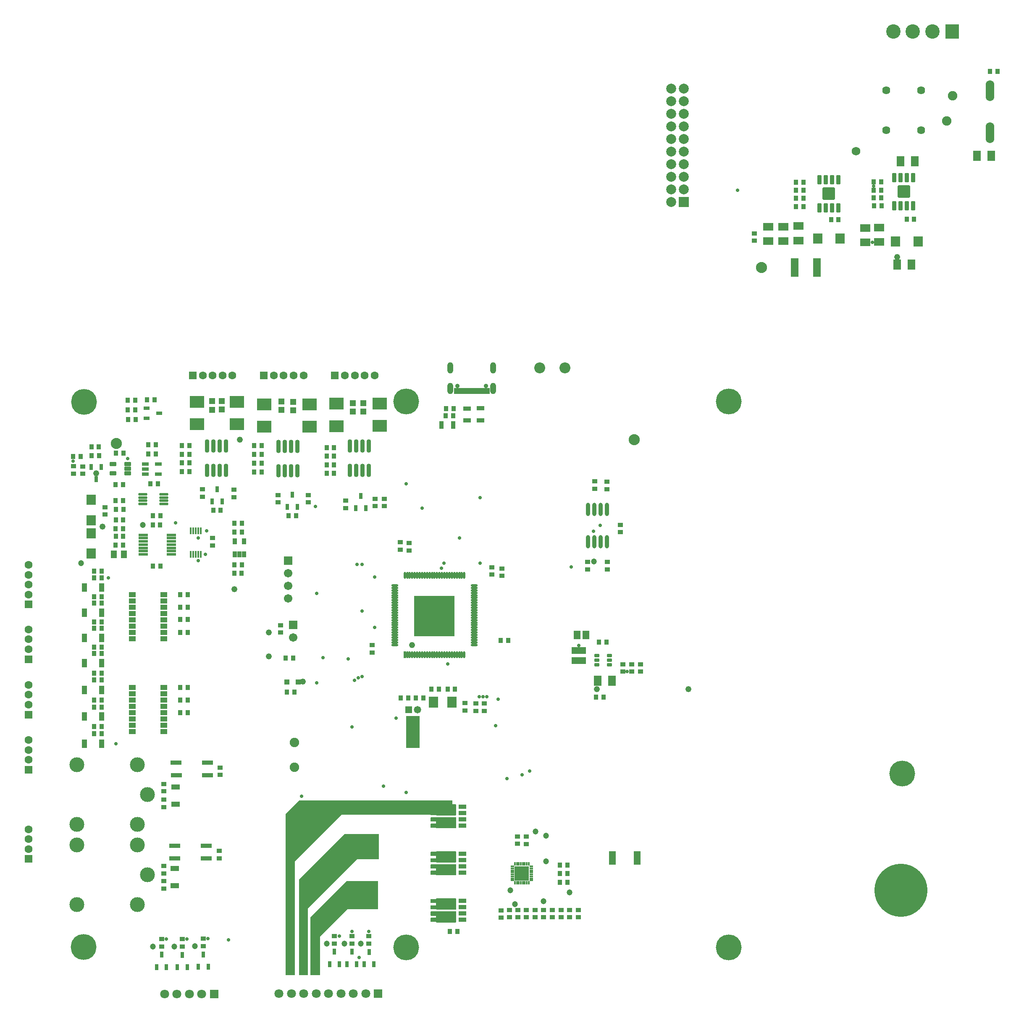
<source format=gts>
G04*
G04 #@! TF.GenerationSoftware,Altium Limited,Altium Designer,23.10.1 (27)*
G04*
G04 Layer_Color=8388736*
%FSLAX44Y44*%
%MOMM*%
G71*
G04*
G04 #@! TF.SameCoordinates,3E0E9A5D-E792-4E61-ABED-DFC360609BBB*
G04*
G04*
G04 #@! TF.FilePolarity,Negative*
G04*
G01*
G75*
%ADD72O,1.8652X0.5672*%
%ADD73R,0.4020X1.4020*%
%ADD74O,0.7832X0.4032*%
%ADD75O,0.4032X0.7832*%
%ADD76R,3.0032X3.0032*%
%ADD77R,0.5032X1.2032*%
%ADD78R,1.8796X0.5588*%
%ADD79R,8.2032X8.2032*%
%ADD80O,1.4032X0.5032*%
%ADD81O,0.5032X1.4032*%
%ADD82R,0.5032X1.4032*%
%ADD83C,1.2032*%
%ADD84R,1.4032X0.7032*%
%ADD85R,0.8032X1.2032*%
%ADD86R,2.2352X0.9652*%
%ADD87R,1.4032X1.0032*%
%ADD88O,0.8032X2.7032*%
%ADD89R,0.8532X1.5532*%
%ADD90R,3.0032X2.4032*%
%ADD91R,3.0032X1.4032*%
%ADD92R,0.8632X1.2032*%
%ADD93O,0.9032X2.7032*%
%ADD94R,1.9272X2.1232*%
%ADD95R,1.2032X1.3032*%
%ADD96R,1.9032X2.0532*%
%ADD97R,1.1032X1.7032*%
%ADD98R,1.0032X1.0032*%
%ADD99R,1.6002X0.8128*%
%ADD100C,0.6088*%
G04:AMPARAMS|DCode=101|XSize=0.7532mm|YSize=1.0032mm|CornerRadius=0.1511mm|HoleSize=0mm|Usage=FLASHONLY|Rotation=90.000|XOffset=0mm|YOffset=0mm|HoleType=Round|Shape=RoundedRectangle|*
%AMROUNDEDRECTD101*
21,1,0.7532,0.7010,0,0,90.0*
21,1,0.4510,1.0032,0,0,90.0*
1,1,0.3022,0.3505,0.2255*
1,1,0.3022,0.3505,-0.2255*
1,1,0.3022,-0.3505,-0.2255*
1,1,0.3022,-0.3505,0.2255*
%
%ADD101ROUNDEDRECTD101*%
G04:AMPARAMS|DCode=102|XSize=2.4932mm|YSize=2.4932mm|CornerRadius=0.1474mm|HoleSize=0mm|Usage=FLASHONLY|Rotation=270.000|XOffset=0mm|YOffset=0mm|HoleType=Round|Shape=RoundedRectangle|*
%AMROUNDEDRECTD102*
21,1,2.4932,2.1984,0,0,270.0*
21,1,2.1984,2.4932,0,0,270.0*
1,1,0.2948,-1.0992,-1.0992*
1,1,0.2948,-1.0992,1.0992*
1,1,0.2948,1.0992,1.0992*
1,1,0.2948,1.0992,-1.0992*
%
%ADD102ROUNDEDRECTD102*%
G04:AMPARAMS|DCode=103|XSize=0.8532mm|YSize=1.8532mm|CornerRadius=0.1504mm|HoleSize=0mm|Usage=FLASHONLY|Rotation=0.000|XOffset=0mm|YOffset=0mm|HoleType=Round|Shape=RoundedRectangle|*
%AMROUNDEDRECTD103*
21,1,0.8532,1.5525,0,0,0.0*
21,1,0.5525,1.8532,0,0,0.0*
1,1,0.3007,0.2763,-0.7763*
1,1,0.3007,-0.2763,-0.7763*
1,1,0.3007,-0.2763,0.7763*
1,1,0.3007,0.2763,0.7763*
%
%ADD103ROUNDEDRECTD103*%
G04:AMPARAMS|DCode=104|XSize=0.8532mm|YSize=1.4032mm|CornerRadius=0.1504mm|HoleSize=0mm|Usage=FLASHONLY|Rotation=270.000|XOffset=0mm|YOffset=0mm|HoleType=Round|Shape=RoundedRectangle|*
%AMROUNDEDRECTD104*
21,1,0.8532,1.1025,0,0,270.0*
21,1,0.5525,1.4032,0,0,270.0*
1,1,0.3007,-0.5513,-0.2763*
1,1,0.3007,-0.5513,0.2763*
1,1,0.3007,0.5513,0.2763*
1,1,0.3007,0.5513,-0.2763*
%
%ADD104ROUNDEDRECTD104*%
%ADD105R,1.9032X2.2032*%
%ADD106R,1.5032X2.0532*%
%ADD107R,1.4532X1.7032*%
%ADD108R,2.7432X6.5532*%
%ADD109R,1.4032X2.7032*%
%ADD110R,1.5032X3.7032*%
%ADD111R,1.2032X1.5032*%
%ADD112R,1.0532X0.9032*%
%ADD113O,1.7272X4.2032*%
%ADD114R,0.9032X1.0532*%
%ADD115R,1.2032X0.8032*%
%ADD116R,1.7032X1.1032*%
%ADD117R,1.5532X0.8532*%
%ADD118R,2.0532X1.5032*%
%ADD119R,1.8032X1.8032*%
%ADD120C,1.8032*%
%ADD121O,1.2032X2.3032*%
%ADD122C,0.8732*%
%ADD123C,2.9972*%
%ADD124C,1.6240*%
%ADD125C,2.0032*%
%ADD126R,2.0032X2.0032*%
%ADD127R,1.7032X1.7032*%
%ADD128C,1.7032*%
%ADD129C,1.9000*%
%ADD130C,2.9000*%
%ADD131R,2.7000X2.9000*%
%ADD132R,1.6032X1.6032*%
%ADD133C,1.6032*%
%ADD134R,1.6032X1.6032*%
%ADD135R,1.4732X1.4732*%
%ADD136C,1.4732*%
%ADD137C,2.2032*%
%ADD138C,10.7032*%
%ADD139C,5.2032*%
%ADD140C,0.7112*%
%ADD141C,0.7032*%
%ADD142C,1.7272*%
%ADD143C,1.2192*%
%ADD144C,2.2352*%
G36*
X-1466342Y-2878762D02*
X-1459614D01*
X-1459481Y-2878771D01*
X-1459351Y-2878797D01*
X-1459225Y-2878840D01*
X-1459105Y-2878899D01*
X-1458994Y-2878972D01*
X-1458894Y-2879060D01*
X-1458806Y-2879160D01*
X-1458732Y-2879271D01*
X-1458674Y-2879391D01*
X-1458631Y-2879517D01*
X-1458605Y-2879648D01*
X-1458596Y-2879780D01*
Y-2900060D01*
X-1458605Y-2900193D01*
X-1458631Y-2900324D01*
X-1458674Y-2900450D01*
X-1458732Y-2900569D01*
X-1458806Y-2900680D01*
X-1458894Y-2900780D01*
X-1458994Y-2900868D01*
X-1459105Y-2900942D01*
X-1459225Y-2901001D01*
X-1459351Y-2901044D01*
X-1459481Y-2901070D01*
X-1459614Y-2901078D01*
X-1497964D01*
X-1498097Y-2901070D01*
X-1498228Y-2901044D01*
X-1498354Y-2901001D01*
X-1498473Y-2900942D01*
X-1498584Y-2900868D01*
X-1498684Y-2900780D01*
X-1498765Y-2900688D01*
X-1509144D01*
X-1509277Y-2900680D01*
X-1509408Y-2900654D01*
X-1509534Y-2900611D01*
X-1509653Y-2900552D01*
X-1509764Y-2900478D01*
X-1509864Y-2900390D01*
X-1509952Y-2900290D01*
X-1510026Y-2900179D01*
X-1510085Y-2900060D01*
X-1510128Y-2899934D01*
X-1510154Y-2899803D01*
X-1510162Y-2899670D01*
Y-2899664D01*
X-1689862D01*
X-1783588Y-2993390D01*
Y-3223260D01*
X-1802384D01*
Y-2897886D01*
X-1775206Y-2870708D01*
X-1466342D01*
Y-2878762D01*
D02*
G37*
G36*
X-1459481Y-2904771D02*
X-1459351Y-2904797D01*
X-1459225Y-2904839D01*
X-1459105Y-2904899D01*
X-1458994Y-2904973D01*
X-1458894Y-2905060D01*
X-1458806Y-2905161D01*
X-1458732Y-2905271D01*
X-1458674Y-2905391D01*
X-1458631Y-2905517D01*
X-1458605Y-2905647D01*
X-1458596Y-2905780D01*
Y-2926060D01*
X-1458605Y-2926193D01*
X-1458631Y-2926324D01*
X-1458674Y-2926450D01*
X-1458732Y-2926569D01*
X-1458806Y-2926680D01*
X-1458894Y-2926780D01*
X-1458994Y-2926868D01*
X-1459105Y-2926942D01*
X-1459225Y-2927001D01*
X-1459351Y-2927044D01*
X-1459481Y-2927070D01*
X-1459614Y-2927079D01*
X-1497964D01*
X-1498097Y-2927070D01*
X-1498228Y-2927044D01*
X-1498354Y-2927001D01*
X-1498473Y-2926942D01*
X-1498584Y-2926868D01*
X-1498684Y-2926780D01*
X-1498772Y-2926680D01*
X-1498846Y-2926569D01*
X-1498905Y-2926450D01*
X-1498948Y-2926324D01*
X-1498974Y-2926193D01*
X-1498975Y-2926169D01*
X-1509144D01*
X-1509277Y-2926160D01*
X-1509408Y-2926134D01*
X-1509534Y-2926091D01*
X-1509653Y-2926032D01*
X-1509764Y-2925958D01*
X-1509864Y-2925870D01*
X-1509952Y-2925770D01*
X-1510026Y-2925659D01*
X-1510085Y-2925540D01*
X-1510128Y-2925414D01*
X-1510154Y-2925283D01*
X-1510162Y-2925150D01*
Y-2918780D01*
X-1510154Y-2918647D01*
X-1510128Y-2918517D01*
X-1510085Y-2918391D01*
X-1510026Y-2918271D01*
X-1509952Y-2918160D01*
X-1509864Y-2918060D01*
X-1509764Y-2917972D01*
X-1509653Y-2917899D01*
X-1509534Y-2917840D01*
X-1509408Y-2917797D01*
X-1509277Y-2917771D01*
X-1509144Y-2917762D01*
X-1498982D01*
Y-2913558D01*
X-1509144D01*
X-1509277Y-2913550D01*
X-1509408Y-2913524D01*
X-1509534Y-2913481D01*
X-1509653Y-2913422D01*
X-1509764Y-2913348D01*
X-1509864Y-2913260D01*
X-1509952Y-2913160D01*
X-1510026Y-2913049D01*
X-1510085Y-2912930D01*
X-1510128Y-2912804D01*
X-1510154Y-2912673D01*
X-1510162Y-2912540D01*
Y-2906040D01*
X-1510154Y-2905907D01*
X-1510128Y-2905777D01*
X-1510085Y-2905651D01*
X-1510026Y-2905531D01*
X-1509952Y-2905420D01*
X-1509864Y-2905320D01*
X-1509764Y-2905233D01*
X-1509653Y-2905158D01*
X-1509534Y-2905099D01*
X-1509408Y-2905057D01*
X-1509277Y-2905031D01*
X-1509144Y-2905022D01*
X-1498640D01*
X-1498584Y-2904973D01*
X-1498473Y-2904899D01*
X-1498354Y-2904839D01*
X-1498228Y-2904797D01*
X-1498097Y-2904771D01*
X-1497964Y-2904762D01*
X-1459614D01*
X-1459481Y-2904771D01*
D02*
G37*
G36*
Y-2973640D02*
X-1459351Y-2973666D01*
X-1459225Y-2973709D01*
X-1459105Y-2973768D01*
X-1458994Y-2973842D01*
X-1458894Y-2973929D01*
X-1458806Y-2974030D01*
X-1458732Y-2974140D01*
X-1458674Y-2974260D01*
X-1458631Y-2974386D01*
X-1458605Y-2974517D01*
X-1458596Y-2974649D01*
Y-2994929D01*
X-1458605Y-2995062D01*
X-1458631Y-2995193D01*
X-1458674Y-2995319D01*
X-1458732Y-2995438D01*
X-1458806Y-2995549D01*
X-1458894Y-2995649D01*
X-1458994Y-2995737D01*
X-1459105Y-2995811D01*
X-1459225Y-2995870D01*
X-1459351Y-2995913D01*
X-1459481Y-2995939D01*
X-1459614Y-2995947D01*
X-1497964D01*
X-1498097Y-2995939D01*
X-1498228Y-2995913D01*
X-1498354Y-2995870D01*
X-1498473Y-2995811D01*
X-1498584Y-2995737D01*
X-1498684Y-2995649D01*
X-1498765Y-2995558D01*
X-1509144D01*
X-1509277Y-2995549D01*
X-1509408Y-2995523D01*
X-1509534Y-2995480D01*
X-1509653Y-2995421D01*
X-1509764Y-2995347D01*
X-1509864Y-2995259D01*
X-1509952Y-2995159D01*
X-1510026Y-2995049D01*
X-1510085Y-2994929D01*
X-1510128Y-2994803D01*
X-1510154Y-2994672D01*
X-1510162Y-2994539D01*
Y-2988299D01*
X-1510154Y-2988167D01*
X-1510128Y-2988036D01*
X-1510085Y-2987910D01*
X-1510026Y-2987790D01*
X-1509952Y-2987679D01*
X-1509864Y-2987579D01*
X-1509764Y-2987491D01*
X-1509653Y-2987418D01*
X-1509534Y-2987359D01*
X-1509408Y-2987316D01*
X-1509277Y-2987290D01*
X-1509144Y-2987281D01*
X-1498982D01*
Y-2982817D01*
X-1509144D01*
X-1509277Y-2982809D01*
X-1509408Y-2982783D01*
X-1509534Y-2982740D01*
X-1509653Y-2982681D01*
X-1509764Y-2982607D01*
X-1509864Y-2982519D01*
X-1509952Y-2982419D01*
X-1510026Y-2982308D01*
X-1510085Y-2982189D01*
X-1510128Y-2982063D01*
X-1510154Y-2981932D01*
X-1510162Y-2981799D01*
Y-2975559D01*
X-1510154Y-2975426D01*
X-1510128Y-2975296D01*
X-1510085Y-2975170D01*
X-1510026Y-2975050D01*
X-1509952Y-2974939D01*
X-1509864Y-2974839D01*
X-1509764Y-2974751D01*
X-1509653Y-2974677D01*
X-1509534Y-2974619D01*
X-1509408Y-2974576D01*
X-1509277Y-2974550D01*
X-1509144Y-2974541D01*
X-1498975D01*
X-1498974Y-2974517D01*
X-1498948Y-2974386D01*
X-1498905Y-2974260D01*
X-1498846Y-2974140D01*
X-1498772Y-2974030D01*
X-1498684Y-2973929D01*
X-1498584Y-2973842D01*
X-1498473Y-2973768D01*
X-1498354Y-2973709D01*
X-1498228Y-2973666D01*
X-1498097Y-2973640D01*
X-1497964Y-2973631D01*
X-1459614D01*
X-1459481Y-2973640D01*
D02*
G37*
G36*
Y-2999640D02*
X-1459351Y-2999666D01*
X-1459225Y-2999709D01*
X-1459105Y-2999767D01*
X-1458994Y-2999842D01*
X-1458894Y-2999930D01*
X-1458806Y-3000030D01*
X-1458732Y-3000140D01*
X-1458674Y-3000260D01*
X-1458631Y-3000386D01*
X-1458605Y-3000516D01*
X-1458596Y-3000649D01*
Y-3020929D01*
X-1458605Y-3021062D01*
X-1458631Y-3021193D01*
X-1458674Y-3021319D01*
X-1458732Y-3021438D01*
X-1458806Y-3021549D01*
X-1458894Y-3021649D01*
X-1458994Y-3021737D01*
X-1459105Y-3021811D01*
X-1459225Y-3021870D01*
X-1459351Y-3021913D01*
X-1459481Y-3021939D01*
X-1459614Y-3021947D01*
X-1497964D01*
X-1498097Y-3021939D01*
X-1498228Y-3021913D01*
X-1498354Y-3021870D01*
X-1498473Y-3021811D01*
X-1498584Y-3021737D01*
X-1498684Y-3021649D01*
X-1498772Y-3021549D01*
X-1498846Y-3021438D01*
X-1498905Y-3021319D01*
X-1498948Y-3021193D01*
X-1498974Y-3021062D01*
X-1498975Y-3021038D01*
X-1509144D01*
X-1509277Y-3021029D01*
X-1509408Y-3021003D01*
X-1509534Y-3020960D01*
X-1509653Y-3020901D01*
X-1509764Y-3020827D01*
X-1509864Y-3020739D01*
X-1509952Y-3020639D01*
X-1510026Y-3020529D01*
X-1510085Y-3020409D01*
X-1510128Y-3020283D01*
X-1510154Y-3020152D01*
X-1510162Y-3020020D01*
Y-3013649D01*
X-1510154Y-3013517D01*
X-1510128Y-3013386D01*
X-1510085Y-3013260D01*
X-1510026Y-3013140D01*
X-1509952Y-3013029D01*
X-1509864Y-3012929D01*
X-1509764Y-3012841D01*
X-1509653Y-3012768D01*
X-1509534Y-3012709D01*
X-1509408Y-3012666D01*
X-1509277Y-3012640D01*
X-1509144Y-3012631D01*
X-1498982D01*
Y-3008427D01*
X-1509144D01*
X-1509277Y-3008419D01*
X-1509408Y-3008393D01*
X-1509534Y-3008350D01*
X-1509653Y-3008291D01*
X-1509764Y-3008217D01*
X-1509864Y-3008129D01*
X-1509952Y-3008029D01*
X-1510026Y-3007918D01*
X-1510085Y-3007799D01*
X-1510128Y-3007673D01*
X-1510154Y-3007542D01*
X-1510162Y-3007409D01*
Y-3000909D01*
X-1510154Y-3000776D01*
X-1510128Y-3000646D01*
X-1510085Y-3000519D01*
X-1510026Y-3000400D01*
X-1509952Y-3000289D01*
X-1509864Y-3000189D01*
X-1509764Y-3000101D01*
X-1509653Y-3000027D01*
X-1509534Y-2999969D01*
X-1509408Y-2999926D01*
X-1509277Y-2999900D01*
X-1509144Y-2999891D01*
X-1498640D01*
X-1498584Y-2999842D01*
X-1498473Y-2999767D01*
X-1498354Y-2999709D01*
X-1498228Y-2999666D01*
X-1498097Y-2999640D01*
X-1497964Y-2999631D01*
X-1459614D01*
X-1459481Y-2999640D01*
D02*
G37*
G36*
Y-3068509D02*
X-1459351Y-3068535D01*
X-1459225Y-3068578D01*
X-1459105Y-3068636D01*
X-1458994Y-3068711D01*
X-1458894Y-3068799D01*
X-1458806Y-3068899D01*
X-1458732Y-3069009D01*
X-1458674Y-3069129D01*
X-1458631Y-3069255D01*
X-1458605Y-3069385D01*
X-1458596Y-3069518D01*
Y-3089798D01*
X-1458605Y-3089931D01*
X-1458631Y-3090062D01*
X-1458674Y-3090188D01*
X-1458732Y-3090307D01*
X-1458806Y-3090418D01*
X-1458894Y-3090518D01*
X-1458994Y-3090606D01*
X-1459105Y-3090680D01*
X-1459225Y-3090739D01*
X-1459351Y-3090782D01*
X-1459481Y-3090808D01*
X-1459614Y-3090816D01*
X-1497964D01*
X-1498097Y-3090808D01*
X-1498228Y-3090782D01*
X-1498354Y-3090739D01*
X-1498473Y-3090680D01*
X-1498584Y-3090606D01*
X-1498684Y-3090518D01*
X-1498765Y-3090427D01*
X-1509144D01*
X-1509277Y-3090418D01*
X-1509408Y-3090392D01*
X-1509534Y-3090349D01*
X-1509653Y-3090290D01*
X-1509764Y-3090216D01*
X-1509864Y-3090128D01*
X-1509952Y-3090028D01*
X-1510026Y-3089917D01*
X-1510085Y-3089798D01*
X-1510128Y-3089672D01*
X-1510154Y-3089541D01*
X-1510162Y-3089408D01*
Y-3083168D01*
X-1510154Y-3083035D01*
X-1510128Y-3082905D01*
X-1510085Y-3082779D01*
X-1510026Y-3082659D01*
X-1509952Y-3082549D01*
X-1509864Y-3082448D01*
X-1509764Y-3082361D01*
X-1509653Y-3082287D01*
X-1509534Y-3082227D01*
X-1509408Y-3082185D01*
X-1509277Y-3082159D01*
X-1509144Y-3082150D01*
X-1498982D01*
Y-3077686D01*
X-1509144D01*
X-1509277Y-3077678D01*
X-1509408Y-3077652D01*
X-1509534Y-3077609D01*
X-1509653Y-3077550D01*
X-1509764Y-3077476D01*
X-1509864Y-3077388D01*
X-1509952Y-3077288D01*
X-1510026Y-3077177D01*
X-1510085Y-3077058D01*
X-1510128Y-3076932D01*
X-1510154Y-3076801D01*
X-1510162Y-3076668D01*
Y-3070428D01*
X-1510154Y-3070295D01*
X-1510128Y-3070165D01*
X-1510085Y-3070038D01*
X-1510026Y-3069919D01*
X-1509952Y-3069808D01*
X-1509864Y-3069708D01*
X-1509764Y-3069620D01*
X-1509653Y-3069547D01*
X-1509534Y-3069488D01*
X-1509408Y-3069445D01*
X-1509277Y-3069419D01*
X-1509144Y-3069410D01*
X-1498975D01*
X-1498974Y-3069385D01*
X-1498948Y-3069255D01*
X-1498905Y-3069129D01*
X-1498846Y-3069009D01*
X-1498772Y-3068899D01*
X-1498684Y-3068799D01*
X-1498584Y-3068711D01*
X-1498473Y-3068636D01*
X-1498354Y-3068578D01*
X-1498228Y-3068535D01*
X-1498097Y-3068509D01*
X-1497964Y-3068500D01*
X-1459614D01*
X-1459481Y-3068509D01*
D02*
G37*
G36*
Y-3094509D02*
X-1459351Y-3094535D01*
X-1459225Y-3094578D01*
X-1459105Y-3094637D01*
X-1458994Y-3094710D01*
X-1458894Y-3094798D01*
X-1458806Y-3094898D01*
X-1458732Y-3095009D01*
X-1458674Y-3095129D01*
X-1458631Y-3095255D01*
X-1458605Y-3095385D01*
X-1458596Y-3095518D01*
Y-3115798D01*
X-1458605Y-3115931D01*
X-1458631Y-3116062D01*
X-1458674Y-3116188D01*
X-1458732Y-3116307D01*
X-1458806Y-3116418D01*
X-1458894Y-3116518D01*
X-1458994Y-3116606D01*
X-1459105Y-3116680D01*
X-1459225Y-3116739D01*
X-1459351Y-3116782D01*
X-1459481Y-3116808D01*
X-1459614Y-3116816D01*
X-1497964D01*
X-1498097Y-3116808D01*
X-1498228Y-3116782D01*
X-1498354Y-3116739D01*
X-1498473Y-3116680D01*
X-1498584Y-3116606D01*
X-1498684Y-3116518D01*
X-1498772Y-3116418D01*
X-1498846Y-3116307D01*
X-1498905Y-3116188D01*
X-1498948Y-3116062D01*
X-1498974Y-3115931D01*
X-1498975Y-3115906D01*
X-1509144D01*
X-1509277Y-3115898D01*
X-1509408Y-3115872D01*
X-1509534Y-3115829D01*
X-1509653Y-3115770D01*
X-1509764Y-3115696D01*
X-1509864Y-3115608D01*
X-1509952Y-3115508D01*
X-1510026Y-3115398D01*
X-1510085Y-3115278D01*
X-1510128Y-3115152D01*
X-1510154Y-3115021D01*
X-1510162Y-3114888D01*
Y-3108518D01*
X-1510154Y-3108385D01*
X-1510128Y-3108255D01*
X-1510085Y-3108129D01*
X-1510026Y-3108009D01*
X-1509952Y-3107899D01*
X-1509864Y-3107798D01*
X-1509764Y-3107711D01*
X-1509653Y-3107636D01*
X-1509534Y-3107578D01*
X-1509408Y-3107535D01*
X-1509277Y-3107509D01*
X-1509144Y-3107500D01*
X-1498982D01*
Y-3103297D01*
X-1509144D01*
X-1509277Y-3103288D01*
X-1509408Y-3103262D01*
X-1509534Y-3103219D01*
X-1509653Y-3103160D01*
X-1509764Y-3103086D01*
X-1509864Y-3102998D01*
X-1509952Y-3102898D01*
X-1510026Y-3102787D01*
X-1510085Y-3102668D01*
X-1510128Y-3102542D01*
X-1510154Y-3102411D01*
X-1510162Y-3102278D01*
Y-3095778D01*
X-1510154Y-3095645D01*
X-1510128Y-3095515D01*
X-1510085Y-3095388D01*
X-1510026Y-3095269D01*
X-1509952Y-3095158D01*
X-1509864Y-3095058D01*
X-1509764Y-3094970D01*
X-1509653Y-3094897D01*
X-1509534Y-3094838D01*
X-1509408Y-3094795D01*
X-1509277Y-3094769D01*
X-1509144Y-3094760D01*
X-1498640D01*
X-1498584Y-3094710D01*
X-1498473Y-3094637D01*
X-1498354Y-3094578D01*
X-1498228Y-3094535D01*
X-1498097Y-3094509D01*
X-1497964Y-3094500D01*
X-1459614D01*
X-1459481Y-3094509D01*
D02*
G37*
G36*
X-1616202Y-3089798D02*
X-1677558D01*
X-1732534Y-3144774D01*
Y-3223260D01*
X-1752346D01*
Y-3106166D01*
X-1679702Y-3033522D01*
X-1616202D01*
Y-3089798D01*
D02*
G37*
G36*
X-1614424Y-2989580D02*
X-1658620D01*
X-1757680Y-3088640D01*
Y-3223260D01*
X-1775206Y-3223260D01*
Y-3029966D01*
X-1683766Y-2938526D01*
X-1614424D01*
Y-2989580D01*
D02*
G37*
D72*
X-2047773Y-2273145D02*
D03*
Y-2266645D02*
D03*
Y-2260145D02*
D03*
Y-2253643D02*
D03*
X-2090395Y-2273145D02*
D03*
Y-2266645D02*
D03*
Y-2260145D02*
D03*
Y-2253643D02*
D03*
D73*
X-1973233Y-2327524D02*
D03*
X-1978232D02*
D03*
X-1983231D02*
D03*
X-1988232D02*
D03*
X-1993233D02*
D03*
X-1993231Y-2374524D02*
D03*
X-1988232D02*
D03*
X-1983233D02*
D03*
X-1978232D02*
D03*
X-1973231D02*
D03*
D74*
X-1306958Y-3032008D02*
D03*
Y-3028008D02*
D03*
Y-3024007D02*
D03*
Y-3020007D02*
D03*
Y-3016009D02*
D03*
Y-3012008D02*
D03*
Y-3008008D02*
D03*
Y-3004007D02*
D03*
X-1345307D02*
D03*
Y-3008008D02*
D03*
Y-3012008D02*
D03*
Y-3016009D02*
D03*
Y-3020007D02*
D03*
Y-3024007D02*
D03*
Y-3028008D02*
D03*
Y-3032008D02*
D03*
D75*
X-1312132Y-2998833D02*
D03*
X-1316133D02*
D03*
X-1320133D02*
D03*
X-1324134D02*
D03*
X-1328132D02*
D03*
X-1332132D02*
D03*
X-1336133D02*
D03*
X-1340133D02*
D03*
Y-3037182D02*
D03*
X-1336133D02*
D03*
X-1332132D02*
D03*
X-1328132D02*
D03*
X-1324134D02*
D03*
X-1320133D02*
D03*
X-1316133D02*
D03*
X-1312132D02*
D03*
D76*
X-1326133Y-3018008D02*
D03*
D77*
X-1457504Y-2045716D02*
D03*
X-1460504D02*
D03*
X-1452504D02*
D03*
X-1449504D02*
D03*
X-1444504D02*
D03*
X-1439504D02*
D03*
X-1434504D02*
D03*
X-1429504D02*
D03*
X-1424504D02*
D03*
X-1419504D02*
D03*
X-1414504D02*
D03*
X-1409504D02*
D03*
X-1404504D02*
D03*
X-1401504D02*
D03*
X-1396504D02*
D03*
X-1393504D02*
D03*
D78*
X-2032847Y-2335593D02*
D03*
Y-2342093D02*
D03*
Y-2348593D02*
D03*
Y-2355093D02*
D03*
Y-2361593D02*
D03*
Y-2368093D02*
D03*
Y-2374593D02*
D03*
X-2089236Y-2374593D02*
D03*
Y-2368093D02*
D03*
Y-2361593D02*
D03*
Y-2355093D02*
D03*
Y-2348593D02*
D03*
Y-2342093D02*
D03*
Y-2335593D02*
D03*
D79*
X-1502918Y-2499106D02*
D03*
D80*
X-1582100Y-2557338D02*
D03*
Y-2542338D02*
D03*
Y-2547338D02*
D03*
Y-2552338D02*
D03*
Y-2537338D02*
D03*
Y-2472338D02*
D03*
Y-2477338D02*
D03*
Y-2482338D02*
D03*
X-1422100Y-2492338D02*
D03*
Y-2462338D02*
D03*
X-1582100Y-2527338D02*
D03*
Y-2497338D02*
D03*
Y-2457338D02*
D03*
Y-2522338D02*
D03*
Y-2507338D02*
D03*
Y-2452338D02*
D03*
X-1422100Y-2457338D02*
D03*
Y-2502338D02*
D03*
Y-2497338D02*
D03*
Y-2507338D02*
D03*
X-1582100Y-2532338D02*
D03*
Y-2517338D02*
D03*
Y-2512338D02*
D03*
Y-2502338D02*
D03*
Y-2492338D02*
D03*
Y-2487338D02*
D03*
Y-2447338D02*
D03*
Y-2442338D02*
D03*
Y-2437338D02*
D03*
X-1422100Y-2467338D02*
D03*
Y-2472338D02*
D03*
Y-2527338D02*
D03*
Y-2532338D02*
D03*
Y-2437338D02*
D03*
Y-2537338D02*
D03*
Y-2522338D02*
D03*
Y-2517338D02*
D03*
Y-2512338D02*
D03*
Y-2557338D02*
D03*
Y-2552338D02*
D03*
Y-2547338D02*
D03*
Y-2542338D02*
D03*
Y-2482338D02*
D03*
Y-2452338D02*
D03*
Y-2447338D02*
D03*
Y-2477338D02*
D03*
Y-2442338D02*
D03*
Y-2487338D02*
D03*
X-1582100Y-2462338D02*
D03*
Y-2467338D02*
D03*
D81*
X-1547100Y-2417338D02*
D03*
X-1562100D02*
D03*
X-1557100D02*
D03*
X-1552100D02*
D03*
X-1502100Y-2577338D02*
D03*
X-1522100D02*
D03*
X-1482100Y-2417338D02*
D03*
X-1502100D02*
D03*
X-1512100D02*
D03*
X-1487100D02*
D03*
X-1512100Y-2577338D02*
D03*
X-1517100D02*
D03*
X-1507100D02*
D03*
X-1447100D02*
D03*
X-1452100D02*
D03*
X-1457100D02*
D03*
X-1477100Y-2417338D02*
D03*
X-1492100D02*
D03*
X-1497100D02*
D03*
X-1507100D02*
D03*
X-1532100D02*
D03*
X-1527100D02*
D03*
X-1522100D02*
D03*
X-1517100D02*
D03*
X-1472100D02*
D03*
X-1442100D02*
D03*
X-1462100Y-2577338D02*
D03*
X-1467100D02*
D03*
X-1537100D02*
D03*
X-1477100D02*
D03*
X-1472100D02*
D03*
X-1497100D02*
D03*
X-1442100D02*
D03*
X-1542100D02*
D03*
X-1482100D02*
D03*
X-1467100Y-2417338D02*
D03*
X-1542100D02*
D03*
X-1537100D02*
D03*
X-1532100Y-2577338D02*
D03*
X-1487100D02*
D03*
X-1492100D02*
D03*
X-1527100D02*
D03*
X-1447100Y-2417338D02*
D03*
X-1462100D02*
D03*
X-1552100Y-2577338D02*
D03*
X-1557100D02*
D03*
X-1547100D02*
D03*
X-1452100Y-2417338D02*
D03*
X-1457100D02*
D03*
D82*
X-1562100Y-2577338D02*
D03*
D83*
X-1298448Y-2933192D02*
D03*
X-1340090Y-3079877D02*
D03*
X-1719098Y-3159324D02*
D03*
X-2026413Y-3165660D02*
D03*
X-1984757Y-3164659D02*
D03*
X-2070101Y-3165152D02*
D03*
X-1683513Y-3159565D02*
D03*
X-1651000Y-3159506D02*
D03*
X-2090166Y-2315210D02*
D03*
X-2214880Y-2392680D02*
D03*
X-1277112Y-2942336D02*
D03*
X-1277366Y-2993898D02*
D03*
X-1181100Y-2389058D02*
D03*
X-1229614Y-3056636D02*
D03*
X-1348994Y-3052064D02*
D03*
X-1282446Y-3074162D02*
D03*
D84*
X-2084624Y-2192688D02*
D03*
Y-2202688D02*
D03*
Y-2212688D02*
D03*
X-2058624D02*
D03*
Y-2192688D02*
D03*
D85*
X-1778762Y-2279142D02*
D03*
X-1788762Y-2254142D02*
D03*
X-1798762Y-2279142D02*
D03*
X-1658781Y-3201075D02*
D03*
X-1668781Y-3176075D02*
D03*
X-1678781Y-3201075D02*
D03*
X-1624143Y-3201474D02*
D03*
X-1634143Y-3176474D02*
D03*
X-1644143Y-3201474D02*
D03*
X-2042321Y-3206662D02*
D03*
X-2052321Y-3181662D02*
D03*
X-2062321Y-3206662D02*
D03*
X-1958247Y-3206408D02*
D03*
X-1968247Y-3181408D02*
D03*
X-1978247Y-3206408D02*
D03*
X-1693604Y-3201075D02*
D03*
X-1703604Y-3176075D02*
D03*
X-1713604Y-3201075D02*
D03*
X-2000665Y-3207170D02*
D03*
X-2010665Y-3182170D02*
D03*
X-2020665Y-3207170D02*
D03*
X-1660652Y-2281936D02*
D03*
X-1650652Y-2256936D02*
D03*
X-1640652Y-2281936D02*
D03*
X-1950306Y-2268074D02*
D03*
X-1940306Y-2243074D02*
D03*
X-1930306Y-2268074D02*
D03*
X-2173892Y-2198262D02*
D03*
X-2183892Y-2223262D02*
D03*
X-2193892Y-2198262D02*
D03*
D86*
X-1962181Y-2987498D02*
D03*
X-2025681Y-2962098D02*
D03*
X-1962181D02*
D03*
X-2025427Y-2987498D02*
D03*
X-2022602Y-2819908D02*
D03*
X-1959356Y-2794508D02*
D03*
X-2022856D02*
D03*
X-1959356Y-2819908D02*
D03*
D87*
X-2047934Y-2732278D02*
D03*
Y-2719578D02*
D03*
Y-2706878D02*
D03*
Y-2694178D02*
D03*
Y-2681478D02*
D03*
Y-2668778D02*
D03*
Y-2656078D02*
D03*
Y-2643378D02*
D03*
X-2110934Y-2732278D02*
D03*
Y-2719578D02*
D03*
Y-2706878D02*
D03*
Y-2694178D02*
D03*
Y-2681478D02*
D03*
Y-2668778D02*
D03*
Y-2656078D02*
D03*
Y-2643378D02*
D03*
Y-2456318D02*
D03*
Y-2469018D02*
D03*
Y-2481718D02*
D03*
Y-2494418D02*
D03*
Y-2507118D02*
D03*
Y-2519818D02*
D03*
Y-2532518D02*
D03*
Y-2545218D02*
D03*
X-2047934Y-2456318D02*
D03*
Y-2469018D02*
D03*
Y-2481718D02*
D03*
Y-2494418D02*
D03*
Y-2507118D02*
D03*
Y-2519818D02*
D03*
Y-2532518D02*
D03*
Y-2545218D02*
D03*
D88*
X-1192530Y-2348964D02*
D03*
X-1179830D02*
D03*
X-1167130D02*
D03*
X-1154430D02*
D03*
X-1192784Y-2284250D02*
D03*
X-1180084D02*
D03*
X-1167384D02*
D03*
X-1154684D02*
D03*
D89*
X-1488056Y-2114042D02*
D03*
X-1464056D02*
D03*
D90*
X-1900174Y-2067052D02*
D03*
Y-2112052D02*
D03*
X-1612900Y-2115862D02*
D03*
Y-2070862D02*
D03*
X-1699514Y-2116074D02*
D03*
Y-2071074D02*
D03*
X-1754124Y-2117640D02*
D03*
Y-2072640D02*
D03*
X-1845818Y-2117132D02*
D03*
Y-2072132D02*
D03*
X-1981200Y-2112560D02*
D03*
Y-2067560D02*
D03*
D91*
X-1211535Y-2568949D02*
D03*
Y-2588949D02*
D03*
D92*
X-1904848Y-2348628D02*
D03*
X-1885848D02*
D03*
Y-2374628D02*
D03*
X-1895348D02*
D03*
X-1904848D02*
D03*
D93*
X-1816608Y-2206106D02*
D03*
X-1803908D02*
D03*
X-1791208D02*
D03*
X-1778508D02*
D03*
X-1816608Y-2157106D02*
D03*
X-1803908D02*
D03*
X-1791208D02*
D03*
X-1778508D02*
D03*
X-1922526Y-2156598D02*
D03*
X-1935226D02*
D03*
X-1947926D02*
D03*
X-1960626D02*
D03*
X-1922526Y-2205598D02*
D03*
X-1935226D02*
D03*
X-1947926D02*
D03*
X-1960626D02*
D03*
X-1634490Y-2156598D02*
D03*
X-1647190D02*
D03*
X-1659890D02*
D03*
X-1672590D02*
D03*
X-1634490Y-2205598D02*
D03*
X-1647190D02*
D03*
X-1659890D02*
D03*
X-1672590D02*
D03*
D94*
X-684356Y-1737614D02*
D03*
X-729916D02*
D03*
X-572944Y-1743964D02*
D03*
X-527384D02*
D03*
D95*
X-1666748Y-2070100D02*
D03*
Y-2087100D02*
D03*
X-1950212Y-2083036D02*
D03*
Y-2066036D02*
D03*
X-1930908Y-2082782D02*
D03*
Y-2065782D02*
D03*
X-1787144Y-2084052D02*
D03*
Y-2067052D02*
D03*
X-1645412Y-2087100D02*
D03*
Y-2070100D02*
D03*
X-1810766Y-2083290D02*
D03*
Y-2066290D02*
D03*
D96*
X-2194560Y-2332048D02*
D03*
Y-2373048D02*
D03*
X-2194052Y-2305992D02*
D03*
Y-2264992D02*
D03*
D97*
X-2207840Y-2648458D02*
D03*
X-2172840D02*
D03*
Y-2593848D02*
D03*
X-2207840D02*
D03*
X-2172840Y-2543048D02*
D03*
X-2207840D02*
D03*
X-2172840Y-2756408D02*
D03*
X-2207840D02*
D03*
X-2172840Y-2492248D02*
D03*
X-2207840D02*
D03*
X-2172840Y-2701798D02*
D03*
X-2207840D02*
D03*
X-2172840Y-2441448D02*
D03*
X-2207840D02*
D03*
D98*
X-1777164Y-2631948D02*
D03*
X-1799664D02*
D03*
D99*
X-1445590Y-3111708D02*
D03*
Y-3099008D02*
D03*
Y-3086308D02*
D03*
Y-3073608D02*
D03*
Y-2978739D02*
D03*
Y-2991439D02*
D03*
Y-3004139D02*
D03*
Y-3016839D02*
D03*
Y-2883870D02*
D03*
Y-2896570D02*
D03*
Y-2909270D02*
D03*
Y-2921970D02*
D03*
D100*
X-1478788Y-3079659D02*
D03*
Y-3105658D02*
D03*
Y-3010789D02*
D03*
Y-2984790D02*
D03*
Y-2915920D02*
D03*
Y-2889921D02*
D03*
D101*
X-1149305Y-2578695D02*
D03*
Y-2588195D02*
D03*
Y-2597695D02*
D03*
X-1174805D02*
D03*
Y-2588195D02*
D03*
Y-2578695D02*
D03*
D102*
X-556260Y-1643380D02*
D03*
X-707136Y-1647698D02*
D03*
D103*
X-537210Y-1615130D02*
D03*
X-549910D02*
D03*
X-562610D02*
D03*
X-575310D02*
D03*
X-537210Y-1671630D02*
D03*
X-549910D02*
D03*
X-562610D02*
D03*
X-575310D02*
D03*
X-726186Y-1675948D02*
D03*
X-713486D02*
D03*
X-700786D02*
D03*
X-688086D02*
D03*
X-726186Y-1619448D02*
D03*
X-713486D02*
D03*
X-700786D02*
D03*
X-688086D02*
D03*
D104*
X-2150128Y-2211426D02*
D03*
Y-2192426D02*
D03*
X-2120628D02*
D03*
Y-2201926D02*
D03*
Y-2211426D02*
D03*
D105*
X-1503874Y-2672334D02*
D03*
X-1466874D02*
D03*
D106*
X-408962Y-1571498D02*
D03*
X-379962D02*
D03*
X-1144457Y-2629241D02*
D03*
X-1173457D02*
D03*
X-540490Y-1790192D02*
D03*
X-569490D02*
D03*
X-534140Y-1582420D02*
D03*
X-563140D02*
D03*
D107*
X-1196943Y-2537039D02*
D03*
X-1214443D02*
D03*
D108*
X-1545496Y-2732786D02*
D03*
D109*
X-1093216Y-2986532D02*
D03*
X-1143216D02*
D03*
D110*
X-731012Y-1796034D02*
D03*
X-776012D02*
D03*
D111*
X-2148586Y-2374646D02*
D03*
X-2128586D02*
D03*
D112*
X-1193800Y-2390140D02*
D03*
Y-2405140D02*
D03*
X-1552956Y-2367026D02*
D03*
Y-2352026D02*
D03*
X-1968247Y-3164659D02*
D03*
Y-3149659D02*
D03*
X-2052321Y-3165152D02*
D03*
Y-3150152D02*
D03*
X-1668781Y-3159324D02*
D03*
Y-3144324D02*
D03*
X-2010665Y-3165421D02*
D03*
Y-3150421D02*
D03*
X-1703604Y-3159565D02*
D03*
Y-3144565D02*
D03*
X-1634529Y-3159324D02*
D03*
Y-3144324D02*
D03*
X-1970278Y-2243328D02*
D03*
Y-2258328D02*
D03*
X-1419098Y-2675128D02*
D03*
Y-2690128D02*
D03*
X-1299436Y-3091420D02*
D03*
Y-3106420D02*
D03*
X-1316905Y-3091420D02*
D03*
Y-3106420D02*
D03*
X-1281966Y-3106420D02*
D03*
Y-3091420D02*
D03*
X-1334375Y-3106420D02*
D03*
Y-3091420D02*
D03*
X-1317244Y-2958592D02*
D03*
Y-2943592D02*
D03*
X-1335278Y-2958338D02*
D03*
Y-2943338D02*
D03*
X-1368044Y-3092436D02*
D03*
Y-3107436D02*
D03*
X-1351280Y-3091434D02*
D03*
Y-3106434D02*
D03*
X-1264497Y-3091420D02*
D03*
Y-3106420D02*
D03*
X-1247027Y-3091420D02*
D03*
Y-3106420D02*
D03*
X-1229558Y-3091420D02*
D03*
Y-3106420D02*
D03*
X-1087120Y-2596120D02*
D03*
Y-2611120D02*
D03*
X-1104900D02*
D03*
Y-2596120D02*
D03*
X-1622044Y-2262618D02*
D03*
Y-2277618D02*
D03*
X-1817624Y-2254998D02*
D03*
Y-2269998D02*
D03*
X-1681226Y-2266174D02*
D03*
Y-2281174D02*
D03*
X-1934718Y-2819400D02*
D03*
Y-2804400D02*
D03*
X-1935988Y-2987498D02*
D03*
Y-2972498D02*
D03*
X-2047748Y-2869170D02*
D03*
Y-2884170D02*
D03*
X-2047546Y-3033458D02*
D03*
Y-3048458D02*
D03*
X-2166366Y-2294650D02*
D03*
Y-2279650D02*
D03*
X-1602994Y-2277618D02*
D03*
Y-2262618D02*
D03*
X-1756664Y-2269998D02*
D03*
Y-2254998D02*
D03*
X-1906778Y-2259598D02*
D03*
Y-2244598D02*
D03*
X-1812544Y-2532394D02*
D03*
Y-2517394D02*
D03*
X-1212088Y-3106420D02*
D03*
Y-3091420D02*
D03*
X-1122680Y-2611120D02*
D03*
Y-2596120D02*
D03*
X-857504Y-1742454D02*
D03*
Y-1727454D02*
D03*
X-2047546Y-2852638D02*
D03*
Y-2837638D02*
D03*
X-2047494Y-3017788D02*
D03*
Y-3002788D02*
D03*
X-1440434Y-2689366D02*
D03*
Y-2674366D02*
D03*
X-1366520Y-2418080D02*
D03*
Y-2403080D02*
D03*
X-1949704Y-2356626D02*
D03*
Y-2341626D02*
D03*
X-1402080Y-2675622D02*
D03*
Y-2690622D02*
D03*
X-1571244Y-2365262D02*
D03*
Y-2350262D02*
D03*
X-1386840Y-2415540D02*
D03*
Y-2400540D02*
D03*
X-1628140Y-2557780D02*
D03*
Y-2572780D02*
D03*
X-2230120Y-2196832D02*
D03*
Y-2211832D02*
D03*
X-2211324Y-2197354D02*
D03*
Y-2212354D02*
D03*
X-1127252Y-2315210D02*
D03*
Y-2330210D02*
D03*
X-1154684Y-2243328D02*
D03*
Y-2228328D02*
D03*
X-1153668Y-2389886D02*
D03*
Y-2404886D02*
D03*
X-1178814Y-2242312D02*
D03*
Y-2227312D02*
D03*
D113*
X-382524Y-1439844D02*
D03*
Y-1524844D02*
D03*
D114*
X-2081290Y-2062988D02*
D03*
X-2066290D02*
D03*
X-2120406Y-2064004D02*
D03*
X-2105406D02*
D03*
X-2105646Y-2083816D02*
D03*
X-2120646D02*
D03*
X-2119630Y-2102866D02*
D03*
X-2104630D02*
D03*
X-1996186Y-2207768D02*
D03*
X-2011186D02*
D03*
X-1996186Y-2190327D02*
D03*
X-2011186D02*
D03*
X-601980Y-1655572D02*
D03*
X-616980D02*
D03*
X-616712Y-1640332D02*
D03*
X-601712D02*
D03*
X-758430Y-1624838D02*
D03*
X-773430D02*
D03*
X-773698Y-1656842D02*
D03*
X-758698D02*
D03*
X-1781048Y-2296668D02*
D03*
X-1796048D02*
D03*
X-1704580Y-2211578D02*
D03*
X-1719580D02*
D03*
X-1999840Y-2532518D02*
D03*
X-2014840D02*
D03*
X-2173319Y-2562098D02*
D03*
X-2188319D02*
D03*
X-1999840Y-2506218D02*
D03*
X-2014840D02*
D03*
X-2173319Y-2511298D02*
D03*
X-2188319D02*
D03*
X-1999856Y-2694178D02*
D03*
X-2014856D02*
D03*
X-2173319Y-2722118D02*
D03*
X-2188319D02*
D03*
X-1999840Y-2481718D02*
D03*
X-2014840D02*
D03*
X-2173319Y-2460498D02*
D03*
X-2188319D02*
D03*
X-1999840Y-2668778D02*
D03*
X-2014840D02*
D03*
X-2173319Y-2668408D02*
D03*
X-2188319D02*
D03*
X-1999840Y-2456318D02*
D03*
X-2014840D02*
D03*
X-2173319Y-2408428D02*
D03*
X-2188319D02*
D03*
X-1999840Y-2643378D02*
D03*
X-2014840D02*
D03*
X-2173319Y-2614168D02*
D03*
X-2188319D02*
D03*
X-2069860Y-2398522D02*
D03*
X-2054860D02*
D03*
X-2129857Y-2323473D02*
D03*
X-2144857D02*
D03*
X-2069846Y-2297176D02*
D03*
X-2054846D02*
D03*
X-2130030Y-2265934D02*
D03*
X-2145030D02*
D03*
X-2144268Y-2284476D02*
D03*
X-2129268D02*
D03*
X-1850884Y-2208530D02*
D03*
X-1865884D02*
D03*
X-1704580Y-2194221D02*
D03*
X-1719580D02*
D03*
X-1933194Y-2286000D02*
D03*
X-1948194D02*
D03*
X-1786890Y-2584182D02*
D03*
X-1801890D02*
D03*
X-1799336Y-2652522D02*
D03*
X-1784336D02*
D03*
X-1249171Y-3001244D02*
D03*
X-1234171D02*
D03*
X-1249171Y-3018516D02*
D03*
X-1234171D02*
D03*
X-1905508Y-2311654D02*
D03*
X-1890508D02*
D03*
X-1905254Y-2329434D02*
D03*
X-1890254D02*
D03*
X-1905762Y-2413000D02*
D03*
X-1890762D02*
D03*
X-1905508Y-2395982D02*
D03*
X-1890508D02*
D03*
X-1996186Y-2155444D02*
D03*
X-2011186D02*
D03*
X-2129776Y-2356104D02*
D03*
X-2144776D02*
D03*
X-1249439Y-3035534D02*
D03*
X-1234439D02*
D03*
X-1850884Y-2155444D02*
D03*
X-1865884D02*
D03*
X-1155641Y-2551771D02*
D03*
X-1170641D02*
D03*
X-600964Y-1671574D02*
D03*
X-615964D02*
D03*
X-1176243Y-2662769D02*
D03*
X-1161243D02*
D03*
X-616712Y-1623568D02*
D03*
X-601712D02*
D03*
X-550432Y-1698752D02*
D03*
X-535432D02*
D03*
X-758444Y-1673606D02*
D03*
X-773444D02*
D03*
X-1471168Y-3135376D02*
D03*
X-1456168D02*
D03*
X-773444Y-1640586D02*
D03*
X-758444D02*
D03*
X-2173319Y-2574798D02*
D03*
X-2188319D02*
D03*
X-2173319Y-2628138D02*
D03*
X-2188319D02*
D03*
X-2173319Y-2523998D02*
D03*
X-2188319D02*
D03*
X-2173319Y-2682748D02*
D03*
X-2188319D02*
D03*
X-2173319Y-2473198D02*
D03*
X-2188319D02*
D03*
X-2173319Y-2736088D02*
D03*
X-2188319D02*
D03*
X-2173319Y-2422398D02*
D03*
X-2188319D02*
D03*
X-2129621Y-2338343D02*
D03*
X-2144621D02*
D03*
X-2070100Y-2315464D02*
D03*
X-2055100D02*
D03*
X-2144541Y-2305589D02*
D03*
X-2129541D02*
D03*
X-702818Y-1700022D02*
D03*
X-687818D02*
D03*
X-1704580Y-2159508D02*
D03*
X-1719580D02*
D03*
X-1850884Y-2173139D02*
D03*
X-1865884D02*
D03*
X-1996186Y-2172885D02*
D03*
X-2011186D02*
D03*
X-1704580Y-2176865D02*
D03*
X-1719580D02*
D03*
X-2074672Y-2232406D02*
D03*
X-2059672D02*
D03*
X-1368552Y-2548382D02*
D03*
X-1353552D02*
D03*
X-1524748Y-2664206D02*
D03*
X-1539748D02*
D03*
X-1570242Y-2664460D02*
D03*
X-1555242D02*
D03*
X-1464804Y-2095500D02*
D03*
X-1479804D02*
D03*
X-1463788Y-2081022D02*
D03*
X-1478788D02*
D03*
X-1460740Y-2646680D02*
D03*
X-1475740D02*
D03*
X-1508520D02*
D03*
X-1493520D02*
D03*
X-367284Y-1401064D02*
D03*
X-382284D02*
D03*
X-2215374Y-2177288D02*
D03*
X-2230374D02*
D03*
X-2144790Y-2234184D02*
D03*
X-2129790D02*
D03*
X-2193812Y-2158238D02*
D03*
X-2178812D02*
D03*
X-2178304Y-2175764D02*
D03*
X-2193304D02*
D03*
X-1850884Y-2190835D02*
D03*
X-1865884D02*
D03*
X-2063750Y-2172462D02*
D03*
X-2078750D02*
D03*
X-2063750Y-2153666D02*
D03*
X-2078750D02*
D03*
X-2144014Y-2170430D02*
D03*
X-2129014D02*
D03*
D115*
X-2082400Y-2080420D02*
D03*
X-2057400Y-2090420D02*
D03*
X-2082400Y-2100420D02*
D03*
D116*
X-2024126Y-2843556D02*
D03*
Y-2878556D02*
D03*
X-2025396Y-3007894D02*
D03*
Y-3042894D02*
D03*
D117*
X-1436624Y-2104514D02*
D03*
Y-2080514D02*
D03*
X-1409700Y-2104260D02*
D03*
Y-2080260D02*
D03*
D118*
X-633984Y-1717018D02*
D03*
Y-1746018D02*
D03*
X-605536Y-1715748D02*
D03*
Y-1744748D02*
D03*
X-829056Y-1713970D02*
D03*
Y-1742970D02*
D03*
X-799084Y-1713970D02*
D03*
Y-1742970D02*
D03*
X-768096Y-1712954D02*
D03*
Y-1741954D02*
D03*
D119*
X-1615766Y-3260090D02*
D03*
X-1946330Y-3261451D02*
D03*
D120*
X-1640764Y-3260090D02*
D03*
X-1665766D02*
D03*
X-1690767D02*
D03*
X-1715766D02*
D03*
X-1815765D02*
D03*
X-1790766D02*
D03*
X-1765765D02*
D03*
X-1740764D02*
D03*
X-2046330Y-3261451D02*
D03*
X-2021331D02*
D03*
X-1996330D02*
D03*
X-1971328D02*
D03*
D121*
X-1383804Y-1998883D02*
D03*
Y-2040383D02*
D03*
X-1470204Y-1998883D02*
D03*
Y-2040383D02*
D03*
D122*
X-1455904Y-2035383D02*
D03*
X-1398104D02*
D03*
D123*
X-2223007Y-3080868D02*
D03*
X-2101005Y-2960873D02*
D03*
Y-3080873D02*
D03*
X-2081006Y-3020873D02*
D03*
X-2223007Y-2960878D02*
D03*
X-2222889Y-2799283D02*
D03*
X-2080887Y-2859278D02*
D03*
X-2100887Y-2919278D02*
D03*
Y-2799278D02*
D03*
X-2222889Y-2919273D02*
D03*
D124*
X-521462Y-1439418D02*
D03*
X-591462D02*
D03*
X-521462Y-1519418D02*
D03*
X-591462D02*
D03*
D125*
X-1024636Y-1435862D02*
D03*
X-999236D02*
D03*
X-1024636Y-1461262D02*
D03*
X-999236D02*
D03*
X-1024636Y-1486662D02*
D03*
X-999236D02*
D03*
X-1024636Y-1512062D02*
D03*
X-999236D02*
D03*
X-1024636Y-1537462D02*
D03*
X-999236D02*
D03*
X-1024636Y-1562862D02*
D03*
X-999236D02*
D03*
X-1024636Y-1588262D02*
D03*
X-999236D02*
D03*
X-1024636Y-1613662D02*
D03*
X-999236D02*
D03*
X-1024636Y-1639062D02*
D03*
X-999236D02*
D03*
X-1024636Y-1664462D02*
D03*
D126*
X-999236D02*
D03*
D127*
X-1797558Y-2387092D02*
D03*
X-1787144Y-2517140D02*
D03*
D128*
X-1797558Y-2412492D02*
D03*
Y-2437892D02*
D03*
Y-2463292D02*
D03*
X-1787144Y-2542540D02*
D03*
D129*
X-457804Y-1449987D02*
D03*
X-469803Y-1500985D02*
D03*
X-1784350Y-2753868D02*
D03*
Y-2803868D02*
D03*
D130*
X-577343Y-1320291D02*
D03*
X-537744D02*
D03*
X-498146D02*
D03*
D131*
X-458542D02*
D03*
D132*
X-1846133Y-2013966D02*
D03*
X-1989450D02*
D03*
X-1702816D02*
D03*
D133*
X-1826133D02*
D03*
X-1806133D02*
D03*
X-1786133D02*
D03*
X-1766133D02*
D03*
X-2320798Y-2928908D02*
D03*
Y-2948908D02*
D03*
Y-2968908D02*
D03*
Y-2565998D02*
D03*
Y-2545998D02*
D03*
Y-2525998D02*
D03*
Y-2395828D02*
D03*
Y-2415828D02*
D03*
Y-2435828D02*
D03*
Y-2455828D02*
D03*
Y-2677758D02*
D03*
Y-2657758D02*
D03*
Y-2637758D02*
D03*
X-1969450Y-2013966D02*
D03*
X-1949450D02*
D03*
X-1929450D02*
D03*
X-1909450D02*
D03*
X-2320798Y-2788878D02*
D03*
Y-2768878D02*
D03*
Y-2748878D02*
D03*
X-1622816Y-2013966D02*
D03*
X-1642816D02*
D03*
X-1662816D02*
D03*
X-1682816D02*
D03*
D134*
X-2320798Y-2988908D02*
D03*
Y-2585998D02*
D03*
Y-2475828D02*
D03*
Y-2697758D02*
D03*
Y-2808878D02*
D03*
D135*
X-1554226Y-2688336D02*
D03*
D136*
X-1536446D02*
D03*
D137*
X-1239520Y-1998980D02*
D03*
X-1290320D02*
D03*
D138*
X-561650Y-3051710D02*
D03*
D139*
X-1559306Y-3166872D02*
D03*
X-2209292Y-3166364D02*
D03*
X-2208784Y-2067052D02*
D03*
X-1559306Y-2066544D02*
D03*
X-559308Y-2816352D02*
D03*
X-909320Y-3166872D02*
D03*
X-909150Y-2066710D02*
D03*
D140*
X-1477010Y-2466594D02*
D03*
Y-2482850D02*
D03*
Y-2499106D02*
D03*
Y-2515362D02*
D03*
Y-2531618D02*
D03*
X-1533652Y-2466594D02*
D03*
Y-2482850D02*
D03*
Y-2499106D02*
D03*
Y-2515362D02*
D03*
Y-2531618D02*
D03*
X-1519491D02*
D03*
X-1518920Y-2515362D02*
D03*
Y-2499106D02*
D03*
Y-2482850D02*
D03*
X-1519491Y-2466594D02*
D03*
X-1505331Y-2531618D02*
D03*
X-1505458Y-2515362D02*
D03*
Y-2499106D02*
D03*
Y-2482850D02*
D03*
X-1505331Y-2466594D02*
D03*
X-1491171Y-2531618D02*
D03*
X-1490980Y-2515362D02*
D03*
Y-2499106D02*
D03*
Y-2482850D02*
D03*
X-1491171Y-2466594D02*
D03*
X-2024380Y-2311400D02*
D03*
X-2159254Y-2422398D02*
D03*
X-2144014Y-2756154D02*
D03*
X-1211535Y-2558410D02*
D03*
X-1113790Y-2611120D02*
D03*
X-1356360Y-2827020D02*
D03*
X-1325880Y-2819400D02*
D03*
X-1310640Y-2811780D02*
D03*
X-891540Y-1640840D02*
D03*
X-1770380Y-2862580D02*
D03*
X-1559560Y-2854960D02*
D03*
X-1653781Y-3187700D02*
D03*
X-1917700Y-3152140D02*
D03*
X-1605280Y-2841652D02*
D03*
X-1668781Y-3134716D02*
D03*
X-1634529D02*
D03*
X-1693996Y-3144565D02*
D03*
X-1958638Y-3149659D02*
D03*
X-2001056Y-3150421D02*
D03*
X-2042712Y-3150152D02*
D03*
X-619760Y-1745660D02*
D03*
X-616712Y-1631950D02*
D03*
X-2120900Y-2181860D02*
D03*
X-2230374Y-2186933D02*
D03*
X-1168400Y-2316480D02*
D03*
X-1658620Y-2395220D02*
D03*
X-1648460D02*
D03*
X-1579880Y-2705100D02*
D03*
X-1475740Y-2595880D02*
D03*
X-1410155Y-2392225D02*
D03*
Y-2260145D02*
D03*
X-1452105Y-2341452D02*
D03*
X-1374140Y-2667000D02*
D03*
X-1412240Y-2661920D02*
D03*
X-1404620D02*
D03*
X-1397000D02*
D03*
X-1727200Y-2583180D02*
D03*
X-1676400Y-2585760D02*
D03*
X-1648460Y-2489200D02*
D03*
X-1379220Y-2720340D02*
D03*
X-1668780Y-2722880D02*
D03*
X-1739900Y-2633980D02*
D03*
Y-2453640D02*
D03*
X-1742440Y-2278380D02*
D03*
X-1527100Y-2281480D02*
D03*
X-1559560Y-2232660D02*
D03*
X-1623060Y-2420620D02*
D03*
Y-2522220D02*
D03*
X-1483360Y-2392680D02*
D03*
X-1488440Y-2402840D02*
D03*
X-1648460Y-2621280D02*
D03*
X-1656080Y-2623820D02*
D03*
X-1663700Y-2628900D02*
D03*
X-1181928Y-2328352D02*
D03*
X-1226851Y-2400300D02*
D03*
X-1978232Y-2387172D02*
D03*
X-1963796Y-2374524D02*
D03*
X-1978232Y-2341452D02*
D03*
X-1961764Y-2327524D02*
D03*
D141*
X-561760Y-1648880D02*
D03*
Y-1637880D02*
D03*
X-550760Y-1648880D02*
D03*
Y-1637880D02*
D03*
X-701636Y-1642198D02*
D03*
Y-1653198D02*
D03*
X-712636Y-1642198D02*
D03*
Y-1653198D02*
D03*
D142*
X-652780Y-1562100D02*
D03*
D143*
X-1905762Y-2445258D02*
D03*
X-1547084Y-2557780D02*
D03*
X-1767840Y-2631440D02*
D03*
X-1836420Y-2580640D02*
D03*
X-1836406Y-2532394D02*
D03*
X-1174805Y-2646785D02*
D03*
X-990600Y-2646243D02*
D03*
X-1894840Y-2143760D02*
D03*
X-569490Y-1775158D02*
D03*
X-2183892Y-2211439D02*
D03*
X-2171700Y-2319020D02*
D03*
D144*
X-1099820Y-2143760D02*
D03*
X-2143760Y-2151380D02*
D03*
X-843026Y-1796034D02*
D03*
M02*

</source>
